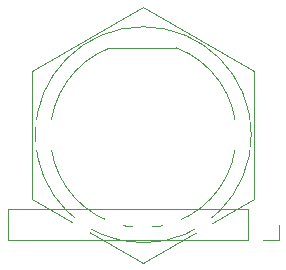
<source format=gbr>
%TF.GenerationSoftware,KiCad,Pcbnew,6.0.10-86aedd382b~118~ubuntu22.04.1*%
%TF.CreationDate,2023-01-03T21:57:38-08:00*%
%TF.ProjectId,GX16-8P-Horizontal,47583136-2d38-4502-9d48-6f72697a6f6e,rev?*%
%TF.SameCoordinates,Original*%
%TF.FileFunction,Legend,Bot*%
%TF.FilePolarity,Positive*%
%FSLAX46Y46*%
G04 Gerber Fmt 4.6, Leading zero omitted, Abs format (unit mm)*
G04 Created by KiCad (PCBNEW 6.0.10-86aedd382b~118~ubuntu22.04.1) date 2023-01-03 21:57:38*
%MOMM*%
%LPD*%
G01*
G04 APERTURE LIST*
%ADD10C,0.120000*%
%ADD11C,2.540000*%
%ADD12R,2.540000X2.540000*%
%ADD13R,1.700000X1.700000*%
%ADD14O,1.700000X1.700000*%
G04 APERTURE END LIST*
D10*
%TO.C,J1*%
X136398000Y-68925440D02*
X127000000Y-74345800D01*
X127000000Y-56134000D02*
X129794000Y-56134000D01*
X127000000Y-52654200D02*
X117602000Y-58074560D01*
X127000000Y-52654200D02*
X136398000Y-58074560D01*
X127000000Y-56134000D02*
X124206000Y-56134000D01*
X127000000Y-74345800D02*
X117602000Y-68925440D01*
X136398000Y-68925440D02*
X136398000Y-58074560D01*
X117602000Y-68925440D02*
X117602000Y-58074560D01*
X124206000Y-70865998D02*
G75*
G03*
X129794000Y-70865998I2794000J7365996D01*
G01*
X124206000Y-56134001D02*
G75*
G03*
X124206000Y-70865999I2794000J-7365999D01*
G01*
X129794000Y-70865999D02*
G75*
G03*
X129794000Y-56134001I-2794000J7365999D01*
G01*
X136144000Y-63500000D02*
G75*
G03*
X136144000Y-63500000I-9144000J0D01*
G01*
%TO.C,J2*%
X137160000Y-72450000D02*
X138490000Y-72450000D01*
X115510000Y-72450000D02*
X115510000Y-69790000D01*
X135890000Y-72450000D02*
X135890000Y-69790000D01*
X135890000Y-72450000D02*
X115510000Y-72450000D01*
X135890000Y-69790000D02*
X115510000Y-69790000D01*
X138490000Y-72450000D02*
X138490000Y-71120000D01*
%TD*%
%LPC*%
D11*
%TO.C,J1*%
X129125000Y-59819000D03*
X131185000Y-62762000D03*
X130256000Y-66232000D03*
X127000000Y-67750000D03*
X123744000Y-66232000D03*
X122815000Y-62762000D03*
X124875000Y-59819000D03*
X127000000Y-63500000D03*
D12*
X134800000Y-63500000D03*
X119200000Y-63500000D03*
%TD*%
D13*
%TO.C,J2*%
X137160000Y-71120000D03*
D14*
X134620000Y-71120000D03*
X132080000Y-71120000D03*
X129540000Y-71120000D03*
X127000000Y-71120000D03*
X124460000Y-71120000D03*
X121920000Y-71120000D03*
X119380000Y-71120000D03*
X116840000Y-71120000D03*
%TD*%
M02*

</source>
